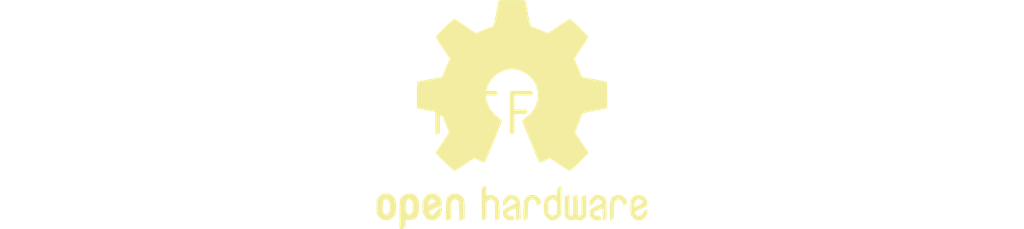
<source format=kicad_pcb>
(kicad_pcb (version 20240108) (generator pcbnew)
  (layers (0 "F.Cu" signal) (31 "B.Cu" signal) (34 "B.Paste" user) (35 "F.Paste" user) (36 "B.SilkS" user "B.Silkscreen") (37 "F.SilkS" user "F.Silkscreen") (38 "B.Mask" user) (39 "F.Mask" user) (44 "Edge.Cuts" user))
  (net 0 "")
  (footprint "OSHW-Logo2_9.8x8mm_SilkScreen" (layer "F.Cu") (at 0 0)
    (property "Reference" "REF**")
    (property "Value" "OSHW-Logo2_9.8x8mm_SilkScreen")
    (fp_poly (pts (xy 3.570807 2.636782) (xy 3.594161 2.646988) (xy 3.649902 2.691134) (xy 3.697569 2.754967) (xy 3.727048 2.823087) (xy 3.731846 2.85667) (xy 3.71576 2.903556) (xy 3.680475 2.928365) (xy 3.642644 2.943387) (xy 3.625321 2.946155) (xy 3.616886 2.926066) (xy 3.60023 2.882351) (xy 3.592923 2.862598) (xy 3.551948 2.794271) (xy 3.492622 2.760191) (xy 3.416552 2.761239) (xy 3.410918 2.762581) (xy 3.370305 2.781836) (xy 3.340448 2.819375) (xy 3.320055 2.879809) (xy 3.307836 2.967751) (xy 3.3025 3.087813) (xy 3.302 3.151698) (xy 3.301752 3.252403) (xy 3.300126 3.321054) (xy 3.295801 3.364673) (xy 3.287454 3.390282) (xy 3.273765 3.404903) (xy 3.253411 3.415558) (xy 3.252234 3.416095) (xy 3.213038 3.432667) (xy 3.193619 3.438769) (xy 3.190635 3.420319) (xy 3.188081 3.369323) (xy 3.18614 3.292308) (xy 3.184997 3.195805) (xy 3.184769 3.125184) (xy 3.185932 2.988525) (xy 3.190479 2.884851) (xy 3.199999 2.808108) (xy 3.216081 2.752246) (xy 3.240313 2.711212) (xy 3.274286 2.678954) (xy 3.307833 2.65644) (xy 3.388499 2.626476) (xy 3.482381 2.619718) (xy 3.570807 2.636782)) (layer "F.SilkS") (stroke (width 0.01)) (fill solid))
    (fp_poly (pts (xy -1.728336 2.595089) (xy -1.665633 2.631358) (xy -1.622039 2.667358) (xy -1.590155 2.705075) (xy -1.56819 2.751199) (xy -1.554351 2.812421) (xy -1.546847 2.895431) (xy -1.543883 3.006919) (xy -1.543539 3.087062) (xy -1.543539 3.382065) (xy -1.709615 3.456515) (xy -1.719385 3.133402) (xy -1.723421 3.012729) (xy -1.727656 2.925141) (xy -1.732903 2.86465) (xy -1.739975 2.825268) (xy -1.749689 2.801007) (xy -1.762856 2.78588) (xy -1.767081 2.782606) (xy -1.831091 2.757034) (xy -1.895792 2.767153) (xy -1.934308 2.794) (xy -1.949975 2.813024) (xy -1.96082 2.837988) (xy -1.967712 2.875834) (xy -1.971521 2.933502) (xy -1.973117 3.017935) (xy -1.973385 3.105928) (xy -1.973437 3.216323) (xy -1.975328 3.294463) (xy -1.981655 3.347165) (xy -1.995017 3.381242) (xy -2.018015 3.403511) (xy -2.053246 3.420787) (xy -2.100303 3.438738) (xy -2.151697 3.458278) (xy -2.145579 3.111485) (xy -2.143116 2.986468) (xy -2.140233 2.894082) (xy -2.136102 2.827881) (xy -2.129893 2.78142) (xy -2.120774 2.748256) (xy -2.107917 2.721944) (xy -2.092416 2.698729) (xy -2.017629 2.624569) (xy -1.926372 2.581684) (xy -1.827117 2.571412) (xy -1.728336 2.595089)) (layer "F.SilkS") (stroke (width 0.01)) (fill solid))
    (fp_poly (pts (xy 0.713362 2.62467) (xy 0.802117 2.657421) (xy 0.874022 2.71535) (xy 0.902144 2.756128) (xy 0.932802 2.830954) (xy 0.932165 2.885058) (xy 0.899987 2.921446) (xy 0.888081 2.927633) (xy 0.836675 2.946925) (xy 0.810422 2.941982) (xy 0.80153 2.909587) (xy 0.801077 2.891692) (xy 0.784797 2.825859) (xy 0.742365 2.779807) (xy 0.683388 2.757564) (xy 0.617475 2.763161) (xy 0.563895 2.792229) (xy 0.545798 2.80881) (xy 0.532971 2.828925) (xy 0.524306 2.859332) (xy 0.518696 2.906788) (xy 0.515035 2.97805) (xy 0.512215 3.079875) (xy 0.511484 3.112115) (xy 0.50882 3.22241) (xy 0.505792 3.300036) (xy 0.50125 3.351396) (xy 0.494046 3.38289) (xy 0.483033 3.40092) (xy 0.46706 3.411888) (xy 0.456834 3.416733) (xy 0.413406 3.433301) (xy 0.387842 3.438769) (xy 0.379395 3.420507) (xy 0.374239 3.365296) (xy 0.372346 3.272499) (xy 0.373689 3.141478) (xy 0.374107 3.121269) (xy 0.377058 3.001733) (xy 0.380548 2.914449) (xy 0.385514 2.852591) (xy 0.392893 2.809336) (xy 0.403624 2.77786) (xy 0.418645 2.751339) (xy 0.426502 2.739975) (xy 0.471553 2.689692) (xy 0.52194 2.650581) (xy 0.528108 2.647167) (xy 0.618458 2.620212) (xy 0.713362 2.62467)) (layer "F.SilkS") (stroke (width 0.01)) (fill solid))
    (fp_poly (pts (xy -0.840154 2.49212) (xy -0.834428 2.57198) (xy -0.827851 2.619039) (xy -0.818738 2.639566) (xy -0.805402 2.639829) (xy -0.801077 2.637378) (xy -0.743556 2.619636) (xy -0.668732 2.620672) (xy -0.592661 2.63891) (xy -0.545082 2.662505) (xy -0.496298 2.700198) (xy -0.460636 2.742855) (xy -0.436155 2.797057) (xy -0.420913 2.869384) (xy -0.41297 2.966419) (xy -0.410384 3.094742) (xy -0.410338 3.119358) (xy -0.410308 3.39587) (xy -0.471839 3.41732) (xy -0.515541 3.431912) (xy -0.539518 3.438706) (xy -0.540223 3.438769) (xy -0.542585 3.420345) (xy -0.544594 3.369526) (xy -0.546099 3.292993) (xy -0.546947 3.19743) (xy -0.547077 3.139329) (xy -0.547349 3.024771) (xy -0.548748 2.942667) (xy -0.552151 2.886393) (xy -0.558433 2.849326) (xy -0.568471 2.824844) (xy -0.583139 2.806325) (xy -0.592298 2.797406) (xy -0.655211 2.761466) (xy -0.723864 2.758775) (xy -0.786152 2.78917) (xy -0.797671 2.800144) (xy -0.814567 2.820779) (xy -0.826286 2.845256) (xy -0.833767 2.880647) (xy -0.837946 2.934026) (xy -0.839763 3.012466) (xy -0.840154 3.120617) (xy -0.840154 3.39587) (xy -0.901685 3.41732) (xy -0.945387 3.431912) (xy -0.969364 3.438706) (xy -0.97007 3.438769) (xy -0.971874 3.420069) (xy -0.9735 3.367322) (xy -0.974883 3.285557) (xy -0.975958 3.179805) (xy -0.97666 3.055094) (xy -0.976923 2.916455) (xy -0.976923 2.381806) (xy -0.849923 2.328236) (xy -0.840154 2.49212)) (layer "F.SilkS") (stroke (width 0.01)) (fill solid))
    (fp_poly (pts (xy 2.395929 2.636662) (xy 2.398911 2.688068) (xy 2.401247 2.766192) (xy 2.402749 2.864857) (xy 2.403231 2.968343) (xy 2.403231 3.318533) (xy 2.341401 3.380363) (xy 2.298793 3.418462) (xy 2.26139 3.433895) (xy 2.21027 3.432918) (xy 2.189978 3.430433) (xy 2.126554 3.4232) (xy 2.074095 3.419055) (xy 2.061308 3.418672) (xy 2.018199 3.421176) (xy 1.956544 3.427462) (xy 1.932638 3.430433) (xy 1.873922 3.435028) (xy 1.834464 3.425046) (xy 1.795338 3.394228) (xy 1.781215 3.380363) (xy 1.719385 3.318533) (xy 1.719385 2.663503) (xy 1.76915 2.640829) (xy 1.812002 2.624034) (xy 1.837073 2.618154) (xy 1.843501 2.636736) (xy 1.849509 2.688655) (xy 1.854697 2.768172) (xy 1.858664 2.869546) (xy 1.860577 2.955192) (xy 1.865923 3.292231) (xy 1.91256 3.298825) (xy 1.954976 3.294214) (xy 1.97576 3.279287) (xy 1.98157 3.251377) (xy 1.98653 3.191925) (xy 1.990246 3.108466) (xy 1.992324 3.008532) (xy 1.992624 2.957104) (xy 1.992923 2.661054) (xy 2.054454 2.639604) (xy 2.098004 2.62502) (xy 2.121694 2.618219) (xy 2.122377 2.618154) (xy 2.124754 2.636642) (xy 2.127366 2.687906) (xy 2.129995 2.765649) (xy 2.132421 2.863574) (xy 2.134115 2.955192) (xy 2.139461 3.292231) (xy 2.256692 3.292231) (xy 2.262072 2.984746) (xy 2.267451 2.677261) (xy 2.324601 2.647707) (xy 2.366797 2.627413) (xy 2.39177 2.618204) (xy 2.392491 2.618154) (xy 2.395929 2.636662)) (layer "F.SilkS") (stroke (width 0.01)) (fill solid))
    (fp_poly (pts (xy -3.983114 2.587256) (xy -3.891536 2.635409) (xy -3.823951 2.712905) (xy -3.799943 2.762727) (xy -3.781262 2.837533) (xy -3.771699 2.932052) (xy -3.770792 3.03521) (xy -3.778079 3.135935) (xy -3.793097 3.223153) (xy -3.815385 3.285791) (xy -3.822235 3.296579) (xy -3.903368 3.377105) (xy -3.999734 3.425336) (xy -4.104299 3.43945) (xy -4.210032 3.417629) (xy -4.239457 3.404547) (xy -4.296759 3.364231) (xy -4.34705 3.310775) (xy -4.351803 3.303995) (xy -4.371122 3.271321) (xy -4.383892 3.236394) (xy -4.391436 3.190414) (xy -4.395076 3.124584) (xy -4.396135 3.030105) (xy -4.396154 3.008923) (xy -4.396106 3.002182) (xy -4.200769 3.002182) (xy -4.199632 3.091349) (xy -4.195159 3.15052) (xy -4.185754 3.188741) (xy -4.169824 3.215053) (xy -4.161692 3.223846) (xy -4.114942 3.257261) (xy -4.069553 3.255737) (xy -4.02366 3.226752) (xy -3.996288 3.195809) (xy -3.980077 3.150643) (xy -3.970974 3.07942) (xy -3.970349 3.071114) (xy -3.968796 2.942037) (xy -3.985035 2.846172) (xy -4.018848 2.784107) (xy -4.070016 2.756432) (xy -4.08828 2.754923) (xy -4.13624 2.762513) (xy -4.169047 2.788808) (xy -4.189105 2.839095) (xy -4.198822 2.918664) (xy -4.200769 3.002182) (xy -4.396106 3.002182) (xy -4.395426 2.908249) (xy -4.392371 2.837906) (xy -4.385678 2.789163) (xy -4.37404 2.753288) (xy -4.356147 2.721548) (xy -4.352192 2.715648) (xy -4.285733 2.636104) (xy -4.213315 2.589929) (xy -4.125151 2.571599) (xy -4.095213 2.570703) (xy -3.983114 2.587256)) (layer "F.SilkS") (stroke (width 0.01)) (fill solid))
    (fp_poly (pts (xy 4.245224 2.647838) (xy 4.322528 2.698361) (xy 4.359814 2.74359) (xy 4.389353 2.825663) (xy 4.391699 2.890607) (xy 4.386385 2.977445) (xy 4.186115 3.065103) (xy 4.088739 3.109887) (xy 4.025113 3.145913) (xy 3.992029 3.177117) (xy 3.98628 3.207436) (xy 4.004658 3.240805) (xy 4.024923 3.262923) (xy 4.083889 3.298393) (xy 4.148024 3.300879) (xy 4.206926 3.273235) (xy 4.250197 3.21832) (xy 4.257936 3.198928) (xy 4.295006 3.138364) (xy 4.337654 3.112552) (xy 4.396154 3.090471) (xy 4.396154 3.174184) (xy 4.390982 3.23115) (xy 4.370723 3.279189) (xy 4.328262 3.334346) (xy 4.321951 3.341514) (xy 4.27472 3.390585) (xy 4.234121 3.41692) (xy 4.183328 3.429035) (xy 4.14122 3.433003) (xy 4.065902 3.433991) (xy 4.012286 3.421466) (xy 3.978838 3.402869) (xy 3.926268 3.361975) (xy 3.889879 3.317748) (xy 3.86685 3.262126) (xy 3.854359 3.187047) (xy 3.849587 3.084449) (xy 3.849206 3.032376) (xy 3.850501 2.969948) (xy 3.968471 2.969948) (xy 3.969839 3.003438) (xy 3.973249 3.008923) (xy 3.995753 3.001472) (xy 4.044182 2.981753) (xy 4.108908 2.953718) (xy 4.122443 2.947692) (xy 4.204244 2.906096) (xy 4.249312 2.869538) (xy 4.259217 2.835296) (xy 4.235526 2.800648) (xy 4.21596 2.785339) (xy 4.14536 2.754721) (xy 4.07928 2.75978) (xy 4.023959 2.797151) (xy 3.985636 2.863473) (xy 3.973349 2.916116) (xy 3.968471 2.969948) (xy 3.850501 2.969948) (xy 3.85173 2.91072) (xy 3.861032 2.82071) (xy 3.87946 2.755167) (xy 3.90936 2.706912) (xy 3.95308 2.668767) (xy 3.972141 2.65644) (xy 4.058726 2.624336) (xy 4.153522 2.622316) (xy 4.245224 2.647838)) (layer "F.SilkS") (stroke (width 0.01)) (fill solid))
    (fp_poly (pts (xy 1.602081 2.780289) (xy 1.601833 2.92632) (xy 1.600872 3.038655) (xy 1.598794 3.122678) (xy 1.595193 3.183769) (xy 1.589665 3.227309) (xy 1.581804 3.258679) (xy 1.571207 3.283262) (xy 1.563182 3.297294) (xy 1.496728 3.373388) (xy 1.41247 3.421084) (xy 1.319249 3.438199) (xy 1.2259 3.422546) (xy 1.170312 3.394418) (xy 1.111957 3.34576) (xy 1.072186 3.286333) (xy 1.04819 3.208507) (xy 1.037161 3.104652) (xy 1.035599 3.028462) (xy 1.035809 3.022986) (xy 1.172308 3.022986) (xy 1.173141 3.110355) (xy 1.176961 3.168192) (xy 1.185746 3.206029) (xy 1.201474 3.233398) (xy 1.220266 3.254042) (xy 1.283375 3.29389) (xy 1.351137 3.297295) (xy 1.415179 3.264025) (xy 1.420164 3.259517) (xy 1.441439 3.236067) (xy 1.454779 3.208166) (xy 1.462001 3.166641) (xy 1.464923 3.102316) (xy 1.465385 3.0312) (xy 1.464383 2.941858) (xy 1.460238 2.882258) (xy 1.451236 2.843089) (xy 1.435667 2.81504) (xy 1.422902 2.800144) (xy 1.3636 2.762575) (xy 1.295301 2.758057) (xy 1.23011 2.786753) (xy 1.217528 2.797406) (xy 1.196111 2.821063) (xy 1.182744 2.849251) (xy 1.175566 2.891245) (xy 1.172719 2.956319) (xy 1.172308 3.022986) (xy 1.035809 3.022986) (xy 1.040322 2.905765) (xy 1.056362 2.813577) (xy 1.086528 2.744269) (xy 1.133629 2.690211) (xy 1.170312 2.662505) (xy 1.23699 2.632572) (xy 1.314272 2.618678) (xy 1.38611 2.622397) (xy 1.426308 2.6374) (xy 1.442082 2.64167) (xy 1.45255 2.62575) (xy 1.459856 2.583089) (xy 1.465385 2.518106) (xy 1.471437 2.445732) (xy 1.479844 2.402187) (xy 1.495141 2.377287) (xy 1.521864 2.360845) (xy 1.538654 2.353564) (xy 1.602154 2.326963) (xy 1.602081 2.780289)) (layer "F.SilkS") (stroke (width 0.01)) (fill solid))
    (fp_poly (pts (xy -2.465746 2.599745) (xy -2.388714 2.651567) (xy -2.329184 2.726412) (xy -2.293622 2.821654) (xy -2.286429 2.891756) (xy -2.287246 2.921009) (xy -2.294086 2.943407) (xy -2.312888 2.963474) (xy -2.349592 2.985733) (xy -2.410138 3.014709) (xy -2.500466 3.054927) (xy -2.500923 3.055129) (xy -2.584067 3.09321) (xy -2.652247 3.127025) (xy -2.698495 3.152933) (xy -2.715842 3.167295) (xy -2.715846 3.167411) (xy -2.700557 3.198685) (xy -2.664804 3.233157) (xy -2.623758 3.25799) (xy -2.602963 3.262923) (xy -2.54623 3.245862) (xy -2.497373 3.203133) (xy -2.473535 3.156155) (xy -2.450603 3.121522) (xy -2.405682 3.082081) (xy -2.352877 3.048009) (xy -2.30629 3.02948) (xy -2.296548 3.028462) (xy -2.285582 3.045215) (xy -2.284921 3.088039) (xy -2.29298 3.145781) (xy -2.308173 3.207289) (xy -2.328914 3.261409) (xy -2.329962 3.26351) (xy -2.392379 3.35066) (xy -2.473274 3.409939) (xy -2.565144 3.439034) (xy -2.660487 3.435634) (xy -2.751802 3.397428) (xy -2.755862 3.394741) (xy -2.827694 3.329642) (xy -2.874927 3.244705) (xy -2.901066 3.133021) (xy -2.904574 3.101643) (xy -2.910787 2.953536) (xy -2.903339 2.884468) (xy -2.715846 2.884468) (xy -2.71341 2.927552) (xy -2.700086 2.940126) (xy -2.666868 2.930719) (xy -2.614506 2.908483) (xy -2.555976 2.88061) (xy -2.554521 2.879872) (xy -2.504911 2.853777) (xy -2.485 2.836363) (xy -2.48991 2.818107) (xy -2.510584 2.79412) (xy -2.563181 2.759406) (xy -2.619823 2.756856) (xy -2.670631 2.782119) (xy -2.705724 2.830847) (xy -2.715846 2.884468) (xy -2.903339 2.884468) (xy -2.898008 2.835036) (xy -2.865222 2.741055) (xy -2.819579 2.675215) (xy -2.737198 2.608681) (xy -2.646454 2.575676) (xy -2.553815 2.573573) (xy -2.465746 2.599745)) (layer "F.SilkS") (stroke (width 0.01)) (fill solid))
    (fp_poly (pts (xy 0.053501 2.626303) (xy 0.13006 2.654733) (xy 0.130936 2.655279) (xy 0.178285 2.690127) (xy 0.213241 2.730852) (xy 0.237825 2.783925) (xy 0.254062 2.855814) (xy 0.263975 2.952992) (xy 0.269586 3.081928) (xy 0.270077 3.100298) (xy 0.277141 3.377287) (xy 0.217695 3.408028) (xy 0.174681 3.428802) (xy 0.14871 3.438646) (xy 0.147509 3.438769) (xy 0.143014 3.420606) (xy 0.139444 3.371612) (xy 0.137248 3.300031) (xy 0.136769 3.242068) (xy 0.136758 3.14817) (xy 0.132466 3.089203) (xy 0.117503 3.061079) (xy 0.085482 3.059706) (xy 0.030014 3.080998) (xy -0.053731 3.120136) (xy -0.115311 3.152643) (xy -0.146983 3.180845) (xy -0.156294 3.211582) (xy -0.156308 3.213104) (xy -0.140943 3.266054) (xy -0.095453 3.29466) (xy -0.025834 3.298803) (xy 0.024313 3.298084) (xy 0.050754 3.312527) (xy 0.067243 3.347218) (xy 0.076733 3.391416) (xy 0.063057 3.416493) (xy 0.057907 3.420082) (xy 0.009425 3.434496) (xy -0.058469 3.436537) (xy -0.128388 3.426983) (xy -0.177932 3.409522) (xy -0.24643 3.351364) (xy -0.285366 3.270408) (xy -0.293077 3.20716) (xy -0.287193 3.150111) (xy -0.265899 3.103542) (xy -0.223735 3.062181) (xy -0.155241 3.020755) (xy -0.054956 2.973993) (xy -0.048846 2.97135) (xy 0.04149 2.929617) (xy 0.097235 2.895391) (xy 0.121129 2.864635) (xy 0.115913 2.833311) (xy 0.084328 2.797383) (xy 0.074883 2.789116) (xy 0.011617 2.757058) (xy -0.053936 2.758407) (xy -0.111028 2.789838) (xy -0.148907 2.848024) (xy -0.152426 2.859446) (xy -0.1867 2.914837) (xy -0.230191 2.941518) (xy -0.293077 2.96796) (xy -0.293077 2.899548) (xy -0.273948 2.80011) (xy -0.217169 2.708902) (xy -0.187622 2.678389) (xy -0.120458 2.639228) (xy -0.035044 2.6215) (xy 0.053501 2.626303)) (layer "F.SilkS") (stroke (width 0.01)) (fill solid))
    (fp_poly (pts (xy -3.231114 2.584505) (xy -3.156461 2.621727) (xy -3.090569 2.690261) (xy -3.072423 2.715648) (xy -3.052655 2.748866) (xy -3.039828 2.784945) (xy -3.03249 2.833098) (xy -3.029187 2.902536) (xy -3.028462 2.994206) (xy -3.031737 3.11983) (xy -3.043123 3.214154) (xy -3.064959 3.284523) (xy -3.099581 3.338286) (xy -3.14933 3.382788) (xy -3.152986 3.385423) (xy -3.202015 3.412377) (xy -3.261055 3.425712) (xy -3.336141 3.429) (xy -3.458205 3.429) (xy -3.458256 3.547497) (xy -3.459392 3.613492) (xy -3.466314 3.652202) (xy -3.484402 3.675419) (xy -3.519038 3.694933) (xy -3.527355 3.69892) (xy -3.56628 3.717603) (xy -3.596417 3.729403) (xy -3.618826 3.730422) (xy -3.634567 3.716761) (xy -3.644698 3.684522) (xy -3.650277 3.629804) (xy -3.652365 3.548711) (xy -3.652019 3.437344) (xy -3.6503 3.291802) (xy -3.649763 3.248269) (xy -3.647828 3.098205) (xy -3.646096 3.000042) (xy -3.458308 3.000042) (xy -3.457252 3.083364) (xy -3.452562 3.13788) (xy -3.441949 3.173837) (xy -3.423128 3.201482) (xy -3.41035 3.214965) (xy -3.35811 3.254417) (xy -3.311858 3.257628) (xy -3.264133 3.225049) (xy -3.262923 3.223846) (xy -3.243506 3.198668) (xy -3.231693 3.164447) (xy -3.225735 3.111748) (xy -3.22388 3.031131) (xy -3.223846 3.013271) (xy -3.22833 2.902175) (xy -3.242926 2.825161) (xy -3.26935 2.778147) (xy -3.309317 2.75705) (xy -3.332416 2.754923) (xy -3.387238 2.7649) (xy -3.424842 2.797752) (xy -3.447477 2.857857) (xy -3.457394 2.949598) (xy -3.458308 3.000042) (xy -3.646096 3.000042) (xy -3.645778 2.98206) (xy -3.643127 2.894679) (xy -3.639394 2.830905) (xy -3.634093 2.785582) (xy -3.626742 2.753555) (xy -3.616857 2.729668) (xy -3.603954 2.708764) (xy -3.598421 2.700898) (xy -3.525031 2.626595) (xy -3.43224 2.584467) (xy -3.324904 2.572722) (xy -3.231114 2.584505)) (layer "F.SilkS") (stroke (width 0.01)) (fill solid))
    (fp_poly (pts (xy 2.887333 2.633528) (xy 2.94359 2.659117) (xy 2.987747 2.690124) (xy 3.020101 2.724795) (xy 3.042438 2.76952) (xy 3.056546 2.830692) (xy 3.064211 2.914701) (xy 3.06722 3.02794) (xy 3.067538 3.102509) (xy 3.067538 3.39342) (xy 3.017773 3.416095) (xy 2.978576 3.432667) (xy 2.959157 3.438769) (xy 2.955442 3.42061) (xy 2.952495 3.371648) (xy 2.950691 3.300153) (xy 2.950308 3.243385) (xy 2.948661 3.161371) (xy 2.944222 3.096309) (xy 2.93774 3.056467) (xy 2.93259 3.048) (xy 2.897977 3.056646) (xy 2.84364 3.078823) (xy 2.780722 3.108886) (xy 2.720368 3.141192) (xy 2.673721 3.170098) (xy 2.651926 3.189961) (xy 2.651839 3.190175) (xy 2.653714 3.226935) (xy 2.670525 3.262026) (xy 2.700039 3.290528) (xy 2.743116 3.300061) (xy 2.779932 3.29895) (xy 2.832074 3.298133) (xy 2.859444 3.310349) (xy 2.875882 3.342624) (xy 2.877955 3.34871) (xy 2.885081 3.394739) (xy 2.866024 3.422687) (xy 2.816353 3.436007) (xy 2.762697 3.43847) (xy 2.666142 3.42021) (xy 2.616159 3.394131) (xy 2.554429 3.332868) (xy 2.52169 3.25767) (xy 2.518753 3.178211) (xy 2.546424 3.104167) (xy 2.588047 3.057769) (xy 2.629604 3.031793) (xy 2.694922 2.998907) (xy 2.771038 2.965557) (xy 2.783726 2.960461) (xy 2.867333 2.923565) (xy 2.91553 2.891046) (xy 2.93103 2.858718) (xy 2.91655 2.822394) (xy 2.891692 2.794) (xy 2.832939 2.759039) (xy 2.768293 2.756417) (xy 2.709008 2.783358) (xy 2.666339 2.837088) (xy 2.660739 2.85095) (xy 2.628133 2.901936) (xy 2.58053 2.939787) (xy 2.520461 2.97085) (xy 2.520461 2.882768) (xy 2.523997 2.828951) (xy 2.539156 2.786534) (xy 2.572768 2.741279) (xy 2.605035 2.70642) (xy 2.655209 2.657062) (xy 2.694193 2.630547) (xy 2.736064 2.619911) (xy 2.78346 2.618154) (xy 2.887333 2.633528)) (layer "F.SilkS") (stroke (width 0.01)) (fill solid))
    (fp_poly (pts (xy 0.139878 -3.712224) (xy 0.245612 -3.711645) (xy 0.322132 -3.710078) (xy 0.374372 -3.707028) (xy 0.407263 -3.702004) (xy 0.425737 -3.694511) (xy 0.434727 -3.684056) (xy 0.439163 -3.670147) (xy 0.439594 -3.668346) (xy 0.446333 -3.635855) (xy 0.458808 -3.571748) (xy 0.475719 -3.482849) (xy 0.495771 -3.375981) (xy 0.517664 -3.257967) (xy 0.518429 -3.253822) (xy 0.540359 -3.138169) (xy 0.560877 -3.035986) (xy 0.578659 -2.953402) (xy 0.592381 -2.896544) (xy 0.600718 -2.871542) (xy 0.601116 -2.871099) (xy 0.625677 -2.85889) (xy 0.676315 -2.838544) (xy 0.742095 -2.814455) (xy 0.742461 -2.814326) (xy 0.825317 -2.783182) (xy 0.923 -2.743509) (xy 1.015077 -2.703619) (xy 1.019434 -2.701647) (xy 1.169407 -2.63358) (xy 1.501498 -2.860361) (xy 1.603374 -2.929496) (xy 1.695657 -2.991303) (xy 1.773003 -3.042267) (xy 1.830064 -3.078873) (xy 1.861495 -3.097606) (xy 1.864479 -3.098996) (xy 1.887321 -3.09281) (xy 1.929982 -3.062965) (xy 1.994128 -3.008053) (xy 2.081421 -2.926666) (xy 2.170535 -2.840078) (xy 2.256441 -2.754753) (xy 2.333327 -2.676892) (xy 2.396564 -2.611303) (xy 2.441523 -2.562795) (xy 2.463576 -2.536175) (xy 2.464396 -2.534805) (xy 2.466834 -2.516537) (xy 2.45765 -2.486705) (xy 2.434574 -2.441279) (xy 2.395337 -2.37623) (xy 2.33767 -2.28753) (xy 2.260795 -2.173343) (xy 2.19257 -2.072838) (xy 2.131582 -1.982697) (xy 2.081356 -1.908151) (xy 2.045416 -1.854435) (xy 2.027287 -1.826782) (xy 2.026146 -1.824905) (xy 2.028359 -1.79841) (xy 2.045138 -1.746914) (xy 2.073142 -1.680149) (xy 2.083122 -1.658828) (xy 2.126672 -1.563841) (xy 2.173134 -1.456063) (xy 2.210877 -1.362808) (xy 2.238073 -1.293594) (xy 2.259675 -1.240994) (xy 2.272158 -1.213503) (xy 2.273709 -1.211384) (xy 2.296668 -1.207876) (xy 2.350786 -1.198262) (xy 2.428868 -1.183911) (xy 2.523719 -1.166193) (xy 2.628143 -1.146475) (xy 2.734944 -1.126126) (xy 2.836926 -1.106514) (xy 2.926894 -1.089009) (xy 2.997653 -1.074978) (xy 3.042006 -1.065791) (xy 3.052885 -1.063193) (xy 3.064122 -1.056782) (xy 3.072605 -1.042303) (xy 3.078714 -1.014867) (xy 3.082832 -0.969589) (xy 3.085341 -0.90158) (xy 3.086621 -0.805953) (xy 3.087054 -0.67782) (xy 3.087077 -0.625299) (xy 3.087077 -0.198155) (xy 2.9845 -0.177909) (xy 2.927431 -0.16693) (xy 2.842269 -0.150905) (xy 2.739372 -0.131767) (xy 2.629096 -0.111449) (xy 2.598615 -0.105868) (xy 2.496855 -0.086083) (xy 2.408205 -0.066627) (xy 2.340108 -0.049303) (xy 2.300004 -0.035912) (xy 2.293323 -0.031921) (xy 2.276919 -0.003658) (xy 2.253399 0.051109) (xy 2.227316 0.121588) (xy 2.222142 0.136769) (xy 2.187956 0.230896) (xy 2.145523 0.337101) (xy 2.103997 0.432473) (xy 2.103792 0.432916) (xy 2.03464 0.582525) (xy 2.489512 1.251617) (xy 2.1975 1.544116) (xy 2.10918 1.63117) (xy 2.028625 1.707909) (xy 1.96036 1.770237) (xy 1.908908 1.814056) (xy 1.878794 1.83527) (xy 1.874474 1.836616) (xy 1.849111 1.826016) (xy 1.797358 1.796547) (xy 1.724868 1.751705) (xy 1.637294 1.694984) (xy 1.542612 1.631462) (xy 1.446516 1.566668) (xy 1.360837 1.510287) (xy 1.291016 1.465788) (xy 1.242494 1.436639) (xy 1.220782 1.426308) (xy 1.194293 1.43505) (xy 1.144062 1.458087) (xy 1.080451 1.490631) (xy 1.073708 1.494249) (xy 0.988046 1.53721) (xy 0.929306 1.558279) (xy 0.892772 1.558503) (xy 0.873731 1.538928) (xy 0.87362 1.538654) (xy 0.864102 1.515472) (xy 0.841403 1.460441) (xy 0.807282 1.377822) (xy 0.7635 1.271872) (xy 0.711816 1.146852) (xy 0.653992 1.00702) (xy 0.597991 0.871637) (xy 0.536447 0.722234) (xy 0.479939 0.583832) (xy 0.430161 0.460673) (xy 0.388806 0.357002) (xy 0.357568 0.277059) (xy 0.338141 0.225088) (xy 0.332154 0.205692) (xy 0.347168 0.183443) (xy 0.386439 0.147982) (xy 0.438807 0.108887) (xy 0.587941 -0.014755) (xy 0.704511 -0.156478) (xy 0.787118 -0.313296) (xy 0.834366 -0.482225) (xy 0.844857 -0.660278) (xy 0.837231 -0.742461) (xy 0.795682 -0.912969) (xy 0.724123 -1.063541) (xy 0.626995 -1.192691) (xy 0.508734 -1.298936) (xy 0.37378 -1.38079) (xy 0.226571 -1.436768) (xy 0.071544 -1.465385) (xy -0.086861 -1.465156) (xy -0.244206 -1.434595) (xy -0.396054 -1.372218) (xy -0.537965 -1.27654) (xy -0.597197 -1.222428) (xy -0.710797 -1.08348) (xy -0.789894 -0.931639) (xy -0.835014 -0.771333) (xy -0.846684 -0.606988) (xy -0.825431 -0.443029) (xy -0.77178 -0.283882) (xy -0.68626 -0.133975) (xy -0.569395 0.002267) (xy -0.438807 0.108887) (xy -0.384412 0.149642) (xy -0.345986 0.184718) (xy -0.332154 0.205726) (xy -0.339397 0.228635) (xy -0.359995 0.283365) (xy -0.392254 0.365672) (xy -0.434479 0.471315) (xy -0.484977 0.59605) (xy -0.542052 0.735636) (xy -0.598146 0.87167) (xy -0.660033 1.021201) (xy -0.717356 1.159767) (xy -0.768356 1.283107) (xy -0.811273 1.386964) (xy -0.844347 1.46708) (xy -0.865819 1.519195) (xy -0.873775 1.538654) (xy -0.892571 1.558423) (xy -0.928926 1.558365) (xy -0.987521 1.537441) (xy -1.073032 1.494613) (xy -1.073708 1.494249) (xy -1.138093 1.461012) (xy -1.190139 1.436802) (xy -1.219488 1.426404) (xy -1.220783 1.426308) (xy -1.242876 1.436855) (xy -1.291652 1.466184) (xy -1.361669 1.510827) (xy -1.447486 1.567314) (xy -1.542612 1.631462) (xy -1.63946 1.696411) (xy -1.726747 1.752896) (xy -1.798819 1.797421) (xy -1.850023 1.82649) (xy -1.874474 1.836616) (xy -1.89699 1.823307) (xy -1.942258 1.786112) (xy -2.005756 1.729128) (xy -2.082961 1.656449) (xy -2.169349 1.572171) (xy -2.197601 1.544016) (xy -2.489713 1.251416) (xy -2.267369 0.925104) (xy -2.199798 0.824897) (xy -2.140493 0.734963) (xy -2.092783 0.66051) (xy -2.059993 0.606751) (xy -2.045452 0.578894) (xy -2.045026 0.576912) (xy -2.052692 0.550655) (xy -2.073311 0.497837) (xy -2.103315 0.42731) (xy -2.124375 0.380093) (xy -2.163752 0.289694) (xy -2.200835 0.198366) (xy -2.229585 0.1212) (xy -2.237395 0.097692) (xy -2.259583 0.034916) (xy -2.281273 -0.013589) (xy -2.293187 -0.031921) (xy -2.319477 -0.043141) (xy -2.376858 -0.059046) (xy -2.457882 -0.077833) (xy -2.555105 -0.097701) (xy -2.598615 -0.105868) (xy -2.709104 -0.126171) (xy -2.815084 -0.14583) (xy -2.906199 -0.162912) (xy -2.972092 -0.175482) (xy -2.9845 -0.177909) (xy -3.087077 -0.198155) (xy -3.087077 -0.625299) (xy -3.086847 -0.765754) (xy -3.085901 -0.872021) (xy -3.083859 -0.948987) (xy -3.080338 -1.00154) (xy -3.074957 -1.034567) (xy -3.067334 -1.052955) (xy -3.057088 -1.061592) (xy -3.052885 -1.063193) (xy -3.02753 -1.068873) (xy -2.971516 -1.080205) (xy -2.892036 -1.095821) (xy -2.796288 -1.114353) (xy -2.691467 -1.134431) (xy -2.584768 -1.154688) (xy -2.483387 -1.173754) (xy -2.394521 -1.190261) (xy -2.325363 -1.202841) (xy -2.283111 -1.210125) (xy -2.27371 -1.211384) (xy -2.265193 -1.228237) (xy -2.24634 -1.27313) (xy -2.220676 -1.33757) (xy -2.210877 -1.362808) (xy -2.171352 -1.460314) (xy -2.124808 -1.568041) (xy -2.083123 -1.658828) (xy -2.05245 -1.728247) (xy -2.032044 -1.78529) (xy -2.025232 -1.820223) (xy -2.026318 -1.824905) (xy -2.040715 -1.847009) (xy -2.073588 -1.896169) (xy -2.12141 -1.967152) (xy -2.180652 -2.054722) (xy -2.247785 -2.153643) (xy -2.261059 -2.17317) (xy -2.338954 -2.28886) (xy -2.396213 -2.376956) (xy -2.435119 -2.441514) (xy -2.457956 -2.486589) (xy -2.467006 -2.516237) (xy -2.464552 -2.534515) (xy -2.464489 -2.534631) (xy -2.445173 -2.558639) (xy -2.402449 -2.605053) (xy -2.340949 -2.669063) (xy -2.265302 -2.745855) (xy -2.180139 -2.830618) (xy -2.170535 -2.840078) (xy -2.06321 -2.944011) (xy -1.980385 -3.020325) (xy -1.920395 -3.070429) (xy -1.881577 -3.09573) (xy -1.86448 -3.098996) (xy -1.839527 -3.08475) (xy -1.787745 -3.051844) (xy -1.71448 -3.003792) (xy -1.62508 -2.94411) (xy -1.524889 -2.876312) (xy -1.501499 -2.860361) (xy -1.169407 -2.63358) (xy -1.019435 -2.701647) (xy -0.92823 -2.741315) (xy -0.830331 -2.781209) (xy -0.746169 -2.813017) (xy -0.742462 -2.814326) (xy -0.676631 -2.838424) (xy -0.625884 -2.8588) (xy -0.601158 -2.871064) (xy -0.601116 -2.871099) (xy -0.593271 -2.893266) (xy -0.579934 -2.947783) (xy -0.56243 -3.02852) (xy -0.542083 -3.12935) (xy -0.520218 -3.244144) (xy -0.518429 -3.253822) (xy -0.496496 -3.372096) (xy -0.47636 -3.479458) (xy -0.45932 -3.569083) (xy -0.446672 -3.634149) (xy -0.439716 -3.667832) (xy -0.439594 -3.668346) (xy -0.435361 -3.682675) (xy -0.427129 -3.693493) (xy -0.409967 -3.701294) (xy -0.378942 -3.706571) (xy -0.329122 -3.709818) (xy -0.255576 -3.711528) (xy -0.153371 -3.712193) (xy -0.017575 -3.712307) (xy 0 -3.712308) (xy 0.139878 -3.712224)) (layer "F.SilkS") (stroke (width 0.01)) (fill solid))
  )
)
</source>
